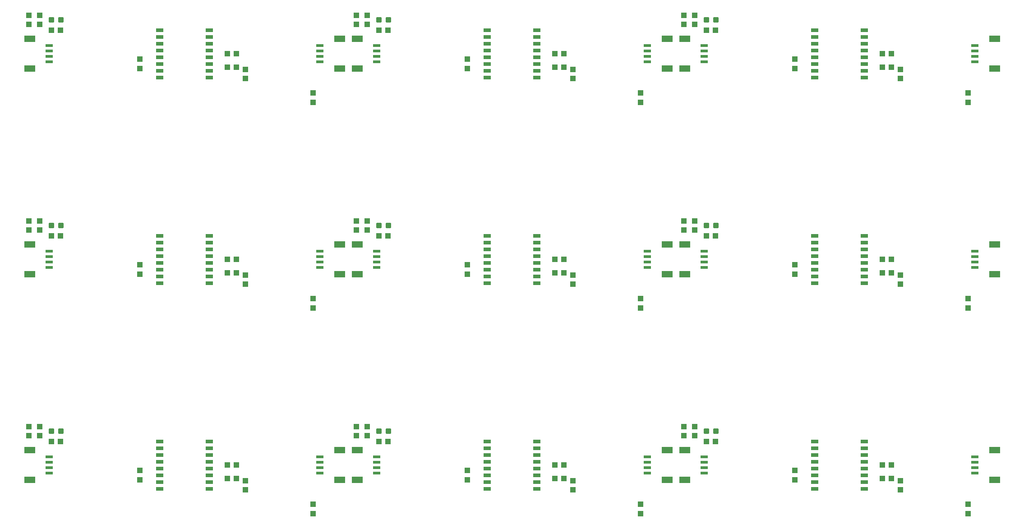
<source format=gtp>
G04 EAGLE Gerber RS-274X export*
G75*
%MOMM*%
%FSLAX34Y34*%
%LPD*%
%INSolderpaste Top*%
%IPPOS*%
%AMOC8*
5,1,8,0,0,1.08239X$1,22.5*%
G01*
%ADD10R,2.000000X1.200000*%
%ADD11R,1.350000X0.600000*%
%ADD12R,1.000000X1.100000*%
%ADD13R,1.397000X0.647700*%
%ADD14R,1.100000X1.000000*%
%ADD15C,0.300000*%


D10*
X14050Y218500D03*
X14050Y162500D03*
D11*
X50800Y205500D03*
X50800Y195500D03*
X50800Y185500D03*
X50800Y175500D03*
D12*
X220980Y162950D03*
X220980Y179950D03*
D10*
X595550Y162500D03*
X595550Y218500D03*
D11*
X558800Y175500D03*
X558800Y185500D03*
X558800Y195500D03*
X558800Y205500D03*
D12*
X33020Y245500D03*
X33020Y262500D03*
X12700Y245500D03*
X12700Y262500D03*
D13*
X351300Y146050D03*
X351300Y158750D03*
X351300Y171450D03*
X351300Y184150D03*
X351300Y196850D03*
X351300Y209550D03*
X351300Y222250D03*
X351300Y234950D03*
X258300Y234950D03*
X258300Y222250D03*
X258300Y209550D03*
X258300Y196850D03*
X258300Y184150D03*
X258300Y171450D03*
X258300Y158750D03*
X258300Y146050D03*
D14*
X402200Y190500D03*
X385200Y190500D03*
X402200Y165100D03*
X385200Y165100D03*
D12*
X419100Y160900D03*
X419100Y143900D03*
X546100Y116450D03*
X546100Y99450D03*
D14*
X55000Y234950D03*
X72000Y234950D03*
D15*
X68770Y250500D02*
X68770Y257500D01*
X75770Y257500D01*
X75770Y250500D01*
X68770Y250500D01*
X68770Y253350D02*
X75770Y253350D01*
X75770Y256200D02*
X68770Y256200D01*
X51230Y257500D02*
X51230Y250500D01*
X51230Y257500D02*
X58230Y257500D01*
X58230Y250500D01*
X51230Y250500D01*
X51230Y253350D02*
X58230Y253350D01*
X58230Y256200D02*
X51230Y256200D01*
D10*
X628730Y218500D03*
X628730Y162500D03*
D11*
X665480Y205500D03*
X665480Y195500D03*
X665480Y185500D03*
X665480Y175500D03*
D12*
X835660Y162950D03*
X835660Y179950D03*
D10*
X1210230Y162500D03*
X1210230Y218500D03*
D11*
X1173480Y175500D03*
X1173480Y185500D03*
X1173480Y195500D03*
X1173480Y205500D03*
D12*
X647700Y245500D03*
X647700Y262500D03*
X627380Y245500D03*
X627380Y262500D03*
D13*
X965980Y146050D03*
X965980Y158750D03*
X965980Y171450D03*
X965980Y184150D03*
X965980Y196850D03*
X965980Y209550D03*
X965980Y222250D03*
X965980Y234950D03*
X872980Y234950D03*
X872980Y222250D03*
X872980Y209550D03*
X872980Y196850D03*
X872980Y184150D03*
X872980Y171450D03*
X872980Y158750D03*
X872980Y146050D03*
D14*
X1016880Y190500D03*
X999880Y190500D03*
X1016880Y165100D03*
X999880Y165100D03*
D12*
X1033780Y160900D03*
X1033780Y143900D03*
X1160780Y116450D03*
X1160780Y99450D03*
D14*
X669680Y234950D03*
X686680Y234950D03*
D15*
X683450Y250500D02*
X683450Y257500D01*
X690450Y257500D01*
X690450Y250500D01*
X683450Y250500D01*
X683450Y253350D02*
X690450Y253350D01*
X690450Y256200D02*
X683450Y256200D01*
X665910Y257500D02*
X665910Y250500D01*
X665910Y257500D02*
X672910Y257500D01*
X672910Y250500D01*
X665910Y250500D01*
X665910Y253350D02*
X672910Y253350D01*
X672910Y256200D02*
X665910Y256200D01*
D10*
X1243410Y218500D03*
X1243410Y162500D03*
D11*
X1280160Y205500D03*
X1280160Y195500D03*
X1280160Y185500D03*
X1280160Y175500D03*
D12*
X1450340Y162950D03*
X1450340Y179950D03*
D10*
X1824910Y162500D03*
X1824910Y218500D03*
D11*
X1788160Y175500D03*
X1788160Y185500D03*
X1788160Y195500D03*
X1788160Y205500D03*
D12*
X1262380Y245500D03*
X1262380Y262500D03*
X1242060Y245500D03*
X1242060Y262500D03*
D13*
X1580660Y146050D03*
X1580660Y158750D03*
X1580660Y171450D03*
X1580660Y184150D03*
X1580660Y196850D03*
X1580660Y209550D03*
X1580660Y222250D03*
X1580660Y234950D03*
X1487660Y234950D03*
X1487660Y222250D03*
X1487660Y209550D03*
X1487660Y196850D03*
X1487660Y184150D03*
X1487660Y171450D03*
X1487660Y158750D03*
X1487660Y146050D03*
D14*
X1631560Y190500D03*
X1614560Y190500D03*
X1631560Y165100D03*
X1614560Y165100D03*
D12*
X1648460Y160900D03*
X1648460Y143900D03*
X1775460Y116450D03*
X1775460Y99450D03*
D14*
X1284360Y234950D03*
X1301360Y234950D03*
D15*
X1298130Y250500D02*
X1298130Y257500D01*
X1305130Y257500D01*
X1305130Y250500D01*
X1298130Y250500D01*
X1298130Y253350D02*
X1305130Y253350D01*
X1305130Y256200D02*
X1298130Y256200D01*
X1280590Y257500D02*
X1280590Y250500D01*
X1280590Y257500D02*
X1287590Y257500D01*
X1287590Y250500D01*
X1280590Y250500D01*
X1280590Y253350D02*
X1287590Y253350D01*
X1287590Y256200D02*
X1280590Y256200D01*
D10*
X14050Y604580D03*
X14050Y548580D03*
D11*
X50800Y591580D03*
X50800Y581580D03*
X50800Y571580D03*
X50800Y561580D03*
D12*
X220980Y549030D03*
X220980Y566030D03*
D10*
X595550Y548580D03*
X595550Y604580D03*
D11*
X558800Y561580D03*
X558800Y571580D03*
X558800Y581580D03*
X558800Y591580D03*
D12*
X33020Y631580D03*
X33020Y648580D03*
X12700Y631580D03*
X12700Y648580D03*
D13*
X351300Y532130D03*
X351300Y544830D03*
X351300Y557530D03*
X351300Y570230D03*
X351300Y582930D03*
X351300Y595630D03*
X351300Y608330D03*
X351300Y621030D03*
X258300Y621030D03*
X258300Y608330D03*
X258300Y595630D03*
X258300Y582930D03*
X258300Y570230D03*
X258300Y557530D03*
X258300Y544830D03*
X258300Y532130D03*
D14*
X402200Y576580D03*
X385200Y576580D03*
X402200Y551180D03*
X385200Y551180D03*
D12*
X419100Y546980D03*
X419100Y529980D03*
X546100Y502530D03*
X546100Y485530D03*
D14*
X55000Y621030D03*
X72000Y621030D03*
D15*
X68770Y636580D02*
X68770Y643580D01*
X75770Y643580D01*
X75770Y636580D01*
X68770Y636580D01*
X68770Y639430D02*
X75770Y639430D01*
X75770Y642280D02*
X68770Y642280D01*
X51230Y643580D02*
X51230Y636580D01*
X51230Y643580D02*
X58230Y643580D01*
X58230Y636580D01*
X51230Y636580D01*
X51230Y639430D02*
X58230Y639430D01*
X58230Y642280D02*
X51230Y642280D01*
D10*
X628730Y604580D03*
X628730Y548580D03*
D11*
X665480Y591580D03*
X665480Y581580D03*
X665480Y571580D03*
X665480Y561580D03*
D12*
X835660Y549030D03*
X835660Y566030D03*
D10*
X1210230Y548580D03*
X1210230Y604580D03*
D11*
X1173480Y561580D03*
X1173480Y571580D03*
X1173480Y581580D03*
X1173480Y591580D03*
D12*
X647700Y631580D03*
X647700Y648580D03*
X627380Y631580D03*
X627380Y648580D03*
D13*
X965980Y532130D03*
X965980Y544830D03*
X965980Y557530D03*
X965980Y570230D03*
X965980Y582930D03*
X965980Y595630D03*
X965980Y608330D03*
X965980Y621030D03*
X872980Y621030D03*
X872980Y608330D03*
X872980Y595630D03*
X872980Y582930D03*
X872980Y570230D03*
X872980Y557530D03*
X872980Y544830D03*
X872980Y532130D03*
D14*
X1016880Y576580D03*
X999880Y576580D03*
X1016880Y551180D03*
X999880Y551180D03*
D12*
X1033780Y546980D03*
X1033780Y529980D03*
X1160780Y502530D03*
X1160780Y485530D03*
D14*
X669680Y621030D03*
X686680Y621030D03*
D15*
X683450Y636580D02*
X683450Y643580D01*
X690450Y643580D01*
X690450Y636580D01*
X683450Y636580D01*
X683450Y639430D02*
X690450Y639430D01*
X690450Y642280D02*
X683450Y642280D01*
X665910Y643580D02*
X665910Y636580D01*
X665910Y643580D02*
X672910Y643580D01*
X672910Y636580D01*
X665910Y636580D01*
X665910Y639430D02*
X672910Y639430D01*
X672910Y642280D02*
X665910Y642280D01*
D10*
X1243410Y604580D03*
X1243410Y548580D03*
D11*
X1280160Y591580D03*
X1280160Y581580D03*
X1280160Y571580D03*
X1280160Y561580D03*
D12*
X1450340Y549030D03*
X1450340Y566030D03*
D10*
X1824910Y548580D03*
X1824910Y604580D03*
D11*
X1788160Y561580D03*
X1788160Y571580D03*
X1788160Y581580D03*
X1788160Y591580D03*
D12*
X1262380Y631580D03*
X1262380Y648580D03*
X1242060Y631580D03*
X1242060Y648580D03*
D13*
X1580660Y532130D03*
X1580660Y544830D03*
X1580660Y557530D03*
X1580660Y570230D03*
X1580660Y582930D03*
X1580660Y595630D03*
X1580660Y608330D03*
X1580660Y621030D03*
X1487660Y621030D03*
X1487660Y608330D03*
X1487660Y595630D03*
X1487660Y582930D03*
X1487660Y570230D03*
X1487660Y557530D03*
X1487660Y544830D03*
X1487660Y532130D03*
D14*
X1631560Y576580D03*
X1614560Y576580D03*
X1631560Y551180D03*
X1614560Y551180D03*
D12*
X1648460Y546980D03*
X1648460Y529980D03*
X1775460Y502530D03*
X1775460Y485530D03*
D14*
X1284360Y621030D03*
X1301360Y621030D03*
D15*
X1298130Y636580D02*
X1298130Y643580D01*
X1305130Y643580D01*
X1305130Y636580D01*
X1298130Y636580D01*
X1298130Y639430D02*
X1305130Y639430D01*
X1305130Y642280D02*
X1298130Y642280D01*
X1280590Y643580D02*
X1280590Y636580D01*
X1280590Y643580D02*
X1287590Y643580D01*
X1287590Y636580D01*
X1280590Y636580D01*
X1280590Y639430D02*
X1287590Y639430D01*
X1287590Y642280D02*
X1280590Y642280D01*
D10*
X14050Y990660D03*
X14050Y934660D03*
D11*
X50800Y977660D03*
X50800Y967660D03*
X50800Y957660D03*
X50800Y947660D03*
D12*
X220980Y935110D03*
X220980Y952110D03*
D10*
X595550Y934660D03*
X595550Y990660D03*
D11*
X558800Y947660D03*
X558800Y957660D03*
X558800Y967660D03*
X558800Y977660D03*
D12*
X33020Y1017660D03*
X33020Y1034660D03*
X12700Y1017660D03*
X12700Y1034660D03*
D13*
X351300Y918210D03*
X351300Y930910D03*
X351300Y943610D03*
X351300Y956310D03*
X351300Y969010D03*
X351300Y981710D03*
X351300Y994410D03*
X351300Y1007110D03*
X258300Y1007110D03*
X258300Y994410D03*
X258300Y981710D03*
X258300Y969010D03*
X258300Y956310D03*
X258300Y943610D03*
X258300Y930910D03*
X258300Y918210D03*
D14*
X402200Y962660D03*
X385200Y962660D03*
X402200Y937260D03*
X385200Y937260D03*
D12*
X419100Y933060D03*
X419100Y916060D03*
X546100Y888610D03*
X546100Y871610D03*
D14*
X55000Y1007110D03*
X72000Y1007110D03*
D15*
X68770Y1022660D02*
X68770Y1029660D01*
X75770Y1029660D01*
X75770Y1022660D01*
X68770Y1022660D01*
X68770Y1025510D02*
X75770Y1025510D01*
X75770Y1028360D02*
X68770Y1028360D01*
X51230Y1029660D02*
X51230Y1022660D01*
X51230Y1029660D02*
X58230Y1029660D01*
X58230Y1022660D01*
X51230Y1022660D01*
X51230Y1025510D02*
X58230Y1025510D01*
X58230Y1028360D02*
X51230Y1028360D01*
D10*
X628730Y990660D03*
X628730Y934660D03*
D11*
X665480Y977660D03*
X665480Y967660D03*
X665480Y957660D03*
X665480Y947660D03*
D12*
X835660Y935110D03*
X835660Y952110D03*
D10*
X1210230Y934660D03*
X1210230Y990660D03*
D11*
X1173480Y947660D03*
X1173480Y957660D03*
X1173480Y967660D03*
X1173480Y977660D03*
D12*
X647700Y1017660D03*
X647700Y1034660D03*
X627380Y1017660D03*
X627380Y1034660D03*
D13*
X965980Y918210D03*
X965980Y930910D03*
X965980Y943610D03*
X965980Y956310D03*
X965980Y969010D03*
X965980Y981710D03*
X965980Y994410D03*
X965980Y1007110D03*
X872980Y1007110D03*
X872980Y994410D03*
X872980Y981710D03*
X872980Y969010D03*
X872980Y956310D03*
X872980Y943610D03*
X872980Y930910D03*
X872980Y918210D03*
D14*
X1016880Y962660D03*
X999880Y962660D03*
X1016880Y937260D03*
X999880Y937260D03*
D12*
X1033780Y933060D03*
X1033780Y916060D03*
X1160780Y888610D03*
X1160780Y871610D03*
D14*
X669680Y1007110D03*
X686680Y1007110D03*
D15*
X683450Y1022660D02*
X683450Y1029660D01*
X690450Y1029660D01*
X690450Y1022660D01*
X683450Y1022660D01*
X683450Y1025510D02*
X690450Y1025510D01*
X690450Y1028360D02*
X683450Y1028360D01*
X665910Y1029660D02*
X665910Y1022660D01*
X665910Y1029660D02*
X672910Y1029660D01*
X672910Y1022660D01*
X665910Y1022660D01*
X665910Y1025510D02*
X672910Y1025510D01*
X672910Y1028360D02*
X665910Y1028360D01*
D10*
X1243410Y990660D03*
X1243410Y934660D03*
D11*
X1280160Y977660D03*
X1280160Y967660D03*
X1280160Y957660D03*
X1280160Y947660D03*
D12*
X1450340Y935110D03*
X1450340Y952110D03*
D10*
X1824910Y934660D03*
X1824910Y990660D03*
D11*
X1788160Y947660D03*
X1788160Y957660D03*
X1788160Y967660D03*
X1788160Y977660D03*
D12*
X1262380Y1017660D03*
X1262380Y1034660D03*
X1242060Y1017660D03*
X1242060Y1034660D03*
D13*
X1580660Y918210D03*
X1580660Y930910D03*
X1580660Y943610D03*
X1580660Y956310D03*
X1580660Y969010D03*
X1580660Y981710D03*
X1580660Y994410D03*
X1580660Y1007110D03*
X1487660Y1007110D03*
X1487660Y994410D03*
X1487660Y981710D03*
X1487660Y969010D03*
X1487660Y956310D03*
X1487660Y943610D03*
X1487660Y930910D03*
X1487660Y918210D03*
D14*
X1631560Y962660D03*
X1614560Y962660D03*
X1631560Y937260D03*
X1614560Y937260D03*
D12*
X1648460Y933060D03*
X1648460Y916060D03*
X1775460Y888610D03*
X1775460Y871610D03*
D14*
X1284360Y1007110D03*
X1301360Y1007110D03*
D15*
X1298130Y1022660D02*
X1298130Y1029660D01*
X1305130Y1029660D01*
X1305130Y1022660D01*
X1298130Y1022660D01*
X1298130Y1025510D02*
X1305130Y1025510D01*
X1305130Y1028360D02*
X1298130Y1028360D01*
X1280590Y1029660D02*
X1280590Y1022660D01*
X1280590Y1029660D02*
X1287590Y1029660D01*
X1287590Y1022660D01*
X1280590Y1022660D01*
X1280590Y1025510D02*
X1287590Y1025510D01*
X1287590Y1028360D02*
X1280590Y1028360D01*
M02*

</source>
